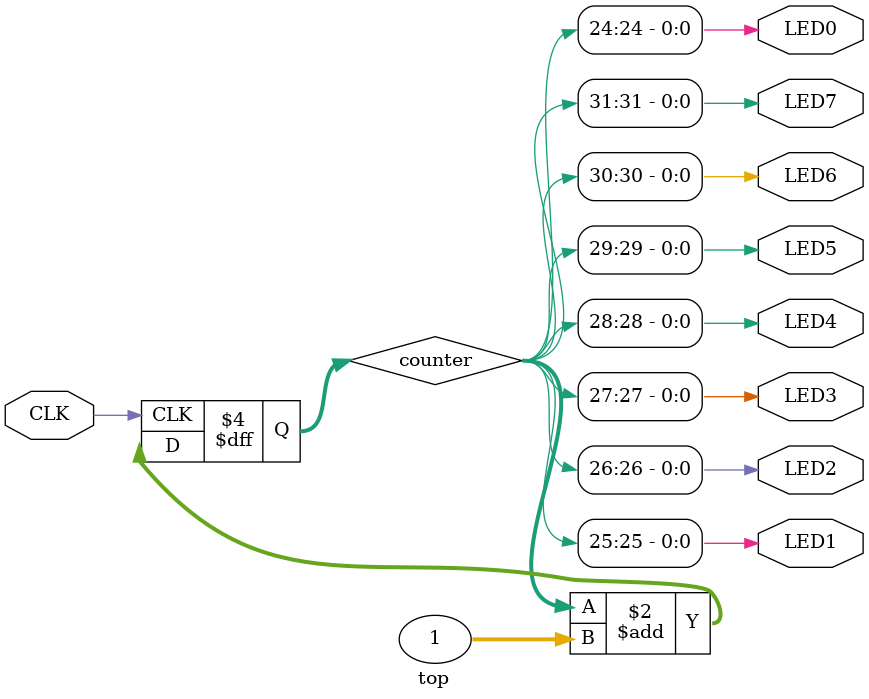
<source format=v>
`default_nettype none


module top(input wire CLK,
           output wire LED0,
           output wire LED1,
           output wire LED2,
           output wire LED3,
           output wire LED4,
           output wire LED5,
           output wire LED6,
           output wire LED7);

//-- Bits del prescaler
parameter N = 24;

//-- Registro para almacenar la cuenta
reg [N-1 + 8:0] counter = 0;

always @ (posedge CLK) begin
  counter <= counter + 1;
end

//-- Sacar los 8 bits mas significativos como salida del contador por los leds
assign {LED7, LED6, LED5, LED4, LED3, LED2, LED1, LED0} = counter[7+N:N];

endmodule

</source>
